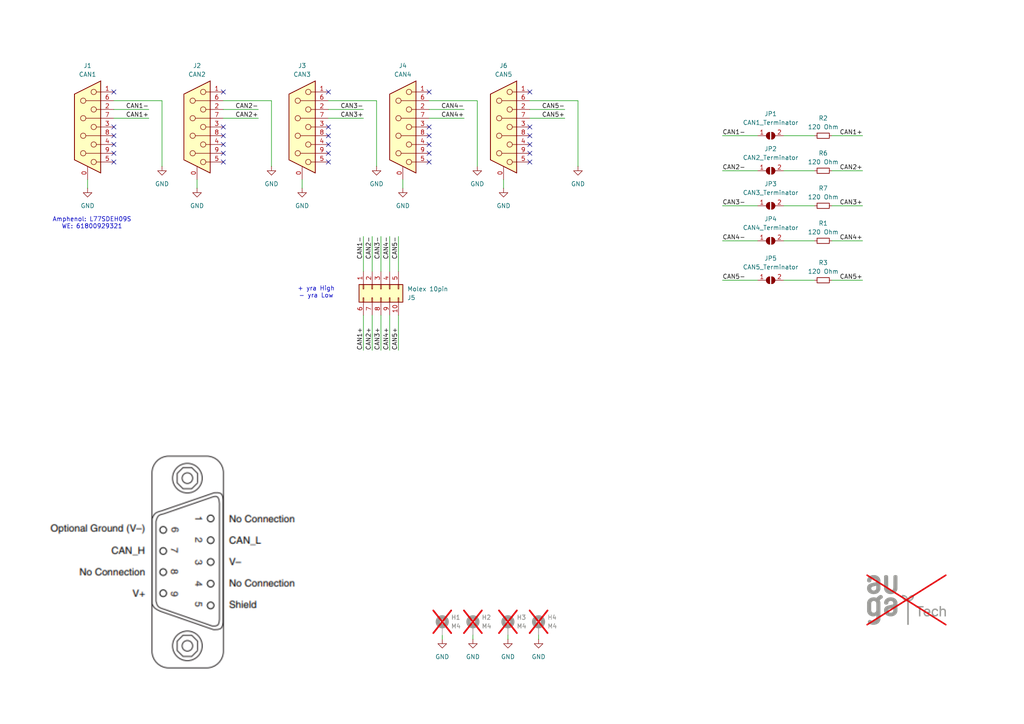
<source format=kicad_sch>
(kicad_sch (version 20231120) (generator "eeschema") (generator_version "8.0")
  (paper "A4")
  (title_block (title "Service CAN splitter x5") (date "2024-08-29") (rev "B") (company "D. Vaitiekus") (comment 1 "AUGA Tech"))
  (lib_symbols
    (symbol "0_user_lib:AUGA-Tech-LOGO" (pin_numbers hide) (pin_names (offset 0) hide) (in_bom no))
    (symbol "Connector:DE9_Receptacle_MountingHoles" (pin_names (offset 1.016) hide)
      (property "Reference" "J" (at 0 16.51 0))
      (property "Value" "DE9_Receptacle_MountingHoles" (at 0 14.605 0))
      (symbol "DE9_Receptacle_MountingHoles_1_1"
        (pin passive line (at 0 -15.24 90) (length 3.81) (name "PAD") (number "0"))
        (pin passive line (at -7.62 10.16 0) (length 3.81) (name "1") (number "1"))
        (pin passive line (at -7.62 5.08 0) (length 3.81) (name "2") (number "2"))
        (pin passive line (at -7.62 0 0) (length 3.81) (name "3") (number "3"))
        (pin passive line (at -7.62 -5.08 0) (length 3.81) (name "4") (number "4"))
        (pin passive line (at -7.62 -10.16 0) (length 3.81) (name "5") (number "5"))
        (pin passive line (at -7.62 7.62 0) (length 3.81) (name "6") (number "6"))
        (pin passive line (at -7.62 2.54 0) (length 3.81) (name "7") (number "7"))
        (pin passive line (at -7.62 -2.54 0) (length 3.81) (name "8") (number "8"))
        (pin passive line (at -7.62 -7.62 0) (length 3.81) (name "9") (number "9"))
      )
    )
    (symbol "Connector_Generic:Conn_02x05_Top_Bottom" (pin_names (offset 1.016) hide)
      (property "Reference" "J" (at 1.27 7.62 0))
      (property "Value" "Conn_02x05_Top_Bottom" (at 1.27 -7.62 0))
      (symbol "Conn_02x05_Top_Bottom_1_1"
        (pin passive line (at -5.08 5.08 0) (length 3.81) (name "Pin_1") (number "1"))
        (pin passive line (at 7.62 -5.08 180) (length 3.81) (name "Pin_10") (number "10"))
        (pin passive line (at -5.08 2.54 0) (length 3.81) (name "Pin_2") (number "2"))
        (pin passive line (at -5.08 0 0) (length 3.81) (name "Pin_3") (number "3"))
        (pin passive line (at -5.08 -2.54 0) (length 3.81) (name "Pin_4") (number "4"))
        (pin passive line (at -5.08 -5.08 0) (length 3.81) (name "Pin_5") (number "5"))
        (pin passive line (at 7.62 5.08 180) (length 3.81) (name "Pin_6") (number "6"))
        (pin passive line (at 7.62 2.54 180) (length 3.81) (name "Pin_7") (number "7"))
        (pin passive line (at 7.62 0 180) (length 3.81) (name "Pin_8") (number "8"))
        (pin passive line (at 7.62 -2.54 180) (length 3.81) (name "Pin_9") (number "9"))
      )
    )
    (symbol "Device:R_Small" (pin_numbers hide) (pin_names (offset 0.254) hide)
      (property "Reference" "R" (at 0.762 0.508 0))
      (property "Value" "R_Small" (at 0.762 -1.016 0))
      (symbol "R_Small_1_1"
        (pin passive line (at 0 2.54 270) (length 0.762) (name "~") (number "1"))
        (pin passive line (at 0 -2.54 90) (length 0.762) (name "~") (number "2"))
      )
    )
    (symbol "Jumper:SolderJumper_2_Open" (pin_names (offset 0) hide)
      (property "Reference" "JP" (at 0 2.032 0))
      (property "Value" "SolderJumper_2_Open" (at 0 -2.54 0))
      (symbol "SolderJumper_2_Open_1_1"
        (pin passive line (at -3.81 0 0) (length 2.54) (name "A") (number "1"))
        (pin passive line (at 3.81 0 180) (length 2.54) (name "B") (number "2"))
      )
    )
    (symbol "Mechanical:MountingHole_Pad" (pin_numbers hide) (pin_names (offset 1.016) hide)
      (property "Reference" "H" (at 0 6.35 0))
      (property "Value" "MountingHole_Pad" (at 0 4.445 0))
      (symbol "MountingHole_Pad_1_1"
        (pin input line (at 0 -2.54 90) (length 2.54) (name "1") (number "1"))
      )
    )
    (symbol "power:GND" (power) (pin_numbers hide) (pin_names (offset 0) hide)
      (property "Value" "GND" (at 0 -3.81 0))
      (symbol "GND_1_1"
        (pin power_in line (at 0 0 270) (length 0) (name "~") (number "1"))
      )
    )
  )
  (no_connect (at 64.77 39.37))
  (no_connect (at 153.67 39.37))
  (no_connect (at 153.67 46.99))
  (no_connect (at 33.02 41.91))
  (no_connect (at 95.25 39.37))
  (no_connect (at 124.46 36.83))
  (no_connect (at 95.25 41.91))
  (no_connect (at 64.77 36.83))
  (no_connect (at 95.25 26.67))
  (no_connect (at 153.67 44.45))
  (no_connect (at 95.25 46.99))
  (no_connect (at 153.67 26.67))
  (no_connect (at 64.77 46.99))
  (no_connect (at 95.25 44.45))
  (no_connect (at 64.77 41.91))
  (no_connect (at 64.77 26.67))
  (no_connect (at 64.77 44.45))
  (no_connect (at 124.46 41.91))
  (no_connect (at 95.25 36.83))
  (no_connect (at 124.46 26.67))
  (no_connect (at 124.46 39.37))
  (no_connect (at 124.46 44.45))
  (no_connect (at 124.46 46.99))
  (no_connect (at 33.02 36.83))
  (no_connect (at 33.02 44.45))
  (no_connect (at 153.67 41.91))
  (no_connect (at 153.67 36.83))
  (no_connect (at 33.02 46.99))
  (no_connect (at 33.02 39.37))
  (no_connect (at 33.02 26.67))
  (wire (pts (xy 33.02 31.75) (xy 43.18 31.75)))
  (wire (pts (xy 209.55 49.53) (xy 219.71 49.53)))
  (wire (pts (xy 241.3 69.85) (xy 250.19 69.85)))
  (wire (pts (xy 124.46 34.29) (xy 134.62 34.29)))
  (wire (pts (xy 241.3 59.69) (xy 250.19 59.69)))
  (wire (pts (xy 105.41 91.44) (xy 105.41 101.6)))
  (wire (pts (xy 113.03 78.74) (xy 113.03 68.58)))
  (wire (pts (xy 241.3 39.37) (xy 250.19 39.37)))
  (wire (pts (xy 95.25 29.21) (xy 109.22 29.21)))
  (wire (pts (xy 116.84 52.07) (xy 116.84 54.61)))
  (wire (pts (xy 110.49 91.44) (xy 110.49 101.6)))
  (wire (pts (xy 95.25 31.75) (xy 105.41 31.75)))
  (wire (pts (xy 105.41 78.74) (xy 105.41 68.58)))
  (wire (pts (xy 33.02 34.29) (xy 43.18 34.29)))
  (wire (pts (xy 167.64 29.21) (xy 167.64 48.26)))
  (wire (pts (xy 110.49 78.74) (xy 110.49 68.58)))
  (wire (pts (xy 241.3 81.28) (xy 250.19 81.28)))
  (wire (pts (xy 107.95 78.74) (xy 107.95 68.58)))
  (wire (pts (xy 137.16 184.15) (xy 137.16 185.42)))
  (wire (pts (xy 227.33 59.69) (xy 236.22 59.69)))
  (wire (pts (xy 95.25 34.29) (xy 105.41 34.29)))
  (wire (pts (xy 209.55 59.69) (xy 219.71 59.69)))
  (wire (pts (xy 64.77 31.75) (xy 74.93 31.75)))
  (wire (pts (xy 153.67 31.75) (xy 163.83 31.75)))
  (wire (pts (xy 156.21 184.15) (xy 156.21 185.42)))
  (wire (pts (xy 107.95 91.44) (xy 107.95 101.6)))
  (wire (pts (xy 25.4 52.07) (xy 25.4 54.61)))
  (wire (pts (xy 209.55 81.28) (xy 219.71 81.28)))
  (wire (pts (xy 33.02 29.21) (xy 46.99 29.21)))
  (wire (pts (xy 46.99 29.21) (xy 46.99 48.26)))
  (wire (pts (xy 227.33 39.37) (xy 236.22 39.37)))
  (wire (pts (xy 241.3 49.53) (xy 250.19 49.53)))
  (wire (pts (xy 138.43 29.21) (xy 138.43 48.26)))
  (wire (pts (xy 78.74 29.21) (xy 78.74 48.26)))
  (wire (pts (xy 209.55 39.37) (xy 219.71 39.37)))
  (wire (pts (xy 64.77 34.29) (xy 74.93 34.29)))
  (wire (pts (xy 115.57 78.74) (xy 115.57 68.58)))
  (wire (pts (xy 124.46 29.21) (xy 138.43 29.21)))
  (wire (pts (xy 227.33 81.28) (xy 236.22 81.28)))
  (wire (pts (xy 146.05 52.07) (xy 146.05 54.61)))
  (wire (pts (xy 227.33 49.53) (xy 236.22 49.53)))
  (wire (pts (xy 153.67 29.21) (xy 167.64 29.21)))
  (wire (pts (xy 124.46 31.75) (xy 134.62 31.75)))
  (wire (pts (xy 115.57 91.44) (xy 115.57 101.6)))
  (wire (pts (xy 64.77 29.21) (xy 78.74 29.21)))
  (wire (pts (xy 109.22 29.21) (xy 109.22 48.26)))
  (wire (pts (xy 153.67 34.29) (xy 163.83 34.29)))
  (wire (pts (xy 209.55 69.85) (xy 219.71 69.85)))
  (wire (pts (xy 128.27 184.15) (xy 128.27 185.42)))
  (wire (pts (xy 227.33 69.85) (xy 236.22 69.85)))
  (wire (pts (xy 87.63 52.07) (xy 87.63 54.61)))
  (wire (pts (xy 57.15 52.07) (xy 57.15 54.61)))
  (wire (pts (xy 147.32 184.15) (xy 147.32 185.42)))
  (wire (pts (xy 113.03 91.44) (xy 113.03 101.6)))
  (image (at 50.8 162.56))
  (text "Amphenol: L77SDEH09S\nWE: 61800929321" (at 26.67 64.77 0) (effects (font (size 1.27 1.27))))
  (text "+ yra High\n- yra Low" (at 91.694 84.836 0) (effects (font (size 1.27 1.27))))
  (label "CAN3+" (at 250.19 59.69 180))
  (label "CAN5-" (at 163.83 31.75 180))
  (label "CAN3-" (at 105.41 31.75 180))
  (label "CAN1+" (at 43.18 34.29 180))
  (label "CAN1+" (at 250.19 39.37 180))
  (label "CAN5+" (at 163.83 34.29 180))
  (label "CAN2-" (at 74.93 31.75 180))
  (label "CAN4-" (at 134.62 31.75 180))
  (label "CAN2+" (at 107.95 101.6 90))
  (label "CAN5-" (at 209.55 81.28 0))
  (label "CAN4+" (at 134.62 34.29 180))
  (label "CAN3+" (at 105.41 34.29 180))
  (label "CAN2+" (at 250.19 49.53 180))
  (label "CAN1+" (at 105.41 101.6 90))
  (label "CAN3-" (at 209.55 59.69 0))
  (label "CAN5+" (at 115.57 101.6 90))
  (label "CAN4+" (at 250.19 69.85 180))
  (label "CAN4-" (at 209.55 69.85 0))
  (label "CAN1-" (at 43.18 31.75 180))
  (label "CAN1-" (at 105.41 68.58 270))
  (label "CAN2-" (at 209.55 49.53 0))
  (label "CAN3-" (at 110.49 68.58 270))
  (label "CAN5-" (at 115.57 68.58 270))
  (label "CAN4+" (at 113.03 101.6 90))
  (label "CAN1-" (at 209.55 39.37 0))
  (label "CAN5+" (at 250.19 81.28 180))
  (label "CAN4-" (at 113.03 68.58 270))
  (label "CAN2-" (at 107.95 68.58 270))
  (label "CAN2+" (at 74.93 34.29 180))
  (label "CAN3+" (at 110.49 101.6 90))
  (symbol (lib_id "Device:R_Small") (at 238.76 49.53 90) (unit 1)
    (property "Reference" "R6" (at 238.76 44.45 90))
    (property "Value" "120 Ohm" (at 238.76 46.99 90))
    (property "Footprint" "Resistor_SMD:R_0805_2012Metric" (effects (hide yes)))
    (property "Description" "Resistor, small symbol" (effects (hide yes)))
    (property "JLCPCB Part #" "C17437" (effects (hide yes)))
    (property "Package" "0805" (effects (hide yes)))
  )
  (symbol (lib_id "power:GND") (at 147.32 185.42 0) (unit 1)
    (property "Reference" "#PWR07" (effects (hide yes)))
    (property "Value" "GND" (at 147.32 190.5 0))
    (property "Description" "Power symbol creates a global label with name \"GND\" , ground" (effects (hide yes)))
  )
  (symbol (lib_id "power:GND") (at 128.27 185.42 0) (unit 1)
    (property "Reference" "#PWR05" (effects (hide yes)))
    (property "Value" "GND" (at 128.27 190.5 0))
    (property "Description" "Power symbol creates a global label with name \"GND\" , ground" (effects (hide yes)))
  )
  (symbol (lib_id "Connector_Generic:Conn_02x05_Top_Bottom") (at 110.49 83.82 90) (mirror x) (unit 1)
    (property "Reference" "J5" (at 118.11 86.3601 90) (effects (justify right)))
    (property "Value" "Molex 10pin" (at 118.11 83.8201 90) (effects (justify right)))
    (property "Footprint" "Connector_Molex:Molex_Mini-Fit_Jr_5566-10A2_2x05_P4.20mm_Vertical" (effects (hide yes)))
    (property "Package" "Plugin" (effects (hide yes)))
    (property "MFR_PN" "39299103" (effects (hide yes)))
  )
  (symbol (lib_id "power:GND") (at 146.05 54.61 0) (unit 1)
    (property "Reference" "#PWR09" (effects (hide yes)))
    (property "Value" "GND" (at 146.05 59.69 0))
    (property "Description" "Power symbol creates a global label with name \"GND\" , ground" (effects (hide yes)))
  )
  (symbol (lib_id "Mechanical:MountingHole_Pad") (at 156.21 181.61 0) (unit 1) (dnp yes)
    (property "Reference" "H4" (at 158.75 179.0699 0) (effects (justify left)))
    (property "Value" "M4	" (at 158.75 181.6099 0) (effects (justify left)))
    (property "Footprint" "MountingHole:MountingHole_4.3x6.2mm_M4_Pad_Via" (effects (hide yes)))
    (property "Description" "Mounting Hole with connection" (effects (hide yes)))
  )
  (symbol (lib_id "Jumper:SolderJumper_2_Open") (at 223.52 39.37 0) (unit 1)
    (property "Reference" "JP1" (at 223.52 33.02 0))
    (property "Value" "CAN1_Terminator" (at 223.52 35.56 0))
    (property "Footprint" "Jumper:SolderJumper-2_P1.3mm_Open_RoundedPad1.0x1.5mm" (effects (hide yes)))
    (property "Description" "Solder Jumper, 2-pole, open" (effects (hide yes)))
  )
  (symbol (lib_id "power:GND") (at 78.74 48.26 0) (unit 1)
    (property "Reference" "#PWR017" (effects (hide yes)))
    (property "Value" "GND" (at 78.74 53.34 0))
    (property "Description" "Power symbol creates a global label with name \"GND\" , ground" (effects (hide yes)))
  )
  (symbol (lib_id "Connector:DE9_Receptacle_MountingHoles") (at 146.05 36.83 0) (mirror y) (unit 1)
    (property "Reference" "J6" (at 146.05 19.05 0))
    (property "Value" "CAN5" (at 146.05 21.59 0))
    (property "Footprint" "Connector_Dsub:DSUB-9_Female_Vertical_P2.77x2.84mm_MountingHoles" (effects (hide yes)))
    (property "Datasheet" " ~" (effects (hide yes)))
    (property "Description" "9-pin female receptacle socket D-SUB connector, Mounting Hole" (effects (hide yes)))
    (property "JLCPCB Part #" "C19077342" (effects (hide yes)))
    (property "Package" "Plugin" (effects (hide yes)))
  )
  (symbol (lib_id "power:GND") (at 46.99 48.26 0) (unit 1)
    (property "Reference" "#PWR013" (effects (hide yes)))
    (property "Value" "GND" (at 46.99 53.34 0))
    (property "Description" "Power symbol creates a global label with name \"GND\" , ground" (effects (hide yes)))
  )
  (symbol (lib_id "Connector:DE9_Receptacle_MountingHoles") (at 25.4 36.83 0) (mirror y) (unit 1)
    (property "Reference" "J1" (at 25.4 19.05 0))
    (property "Value" "CAN1" (at 25.4 21.59 0))
    (property "Footprint" "Connector_Dsub:DSUB-9_Female_Vertical_P2.77x2.84mm_MountingHoles" (effects (hide yes)))
    (property "Datasheet" " ~" (effects (hide yes)))
    (property "Description" "9-pin female receptacle socket D-SUB connector, Mounting Hole" (effects (hide yes)))
    (property "JLCPCB Part #" "C19077342" (effects (hide yes)))
    (property "Package" "Plugin" (effects (hide yes)))
  )
  (symbol (lib_id "Device:R_Small") (at 238.76 69.85 90) (unit 1)
    (property "Reference" "R1" (at 238.76 64.77 90))
    (property "Value" "120 Ohm" (at 238.76 67.31 90))
    (property "Footprint" "Resistor_SMD:R_0805_2012Metric" (effects (hide yes)))
    (property "Description" "Resistor, small symbol" (effects (hide yes)))
    (property "JLCPCB Part #" "C17437" (effects (hide yes)))
    (property "Package" "0805" (effects (hide yes)))
  )
  (symbol (lib_id "Device:R_Small") (at 238.76 81.28 90) (unit 1)
    (property "Reference" "R3" (at 238.76 76.2 90))
    (property "Value" "120 Ohm" (at 238.76 78.74 90))
    (property "Footprint" "Resistor_SMD:R_0805_2012Metric" (effects (hide yes)))
    (property "Description" "Resistor, small symbol" (effects (hide yes)))
    (property "JLCPCB Part #" "C17437" (effects (hide yes)))
    (property "Package" "0805" (effects (hide yes)))
  )
  (symbol (lib_id "power:GND") (at 167.64 48.26 0) (unit 1)
    (property "Reference" "#PWR026" (effects (hide yes)))
    (property "Value" "GND" (at 167.64 53.34 0))
    (property "Description" "Power symbol creates a global label with name \"GND\" , ground" (effects (hide yes)))
  )
  (symbol (lib_id "Mechanical:MountingHole_Pad") (at 128.27 181.61 0) (unit 1) (dnp yes)
    (property "Reference" "H1" (at 130.81 179.0699 0) (effects (justify left)))
    (property "Value" "M4	" (at 130.81 181.6099 0) (effects (justify left)))
    (property "Footprint" "MountingHole:MountingHole_4.3x6.2mm_M4_Pad_Via" (effects (hide yes)))
    (property "Description" "Mounting Hole with connection" (effects (hide yes)))
  )
  (symbol (lib_id "Connector:DE9_Receptacle_MountingHoles") (at 57.15 36.83 0) (mirror y) (unit 1)
    (property "Reference" "J2" (at 57.15 19.05 0))
    (property "Value" "CAN2" (at 57.15 21.59 0))
    (property "Footprint" "Connector_Dsub:DSUB-9_Female_Vertical_P2.77x2.84mm_MountingHoles" (effects (hide yes)))
    (property "Datasheet" " ~" (effects (hide yes)))
    (property "Description" "9-pin female receptacle socket D-SUB connector, Mounting Hole" (effects (hide yes)))
    (property "JLCPCB Part #" "C19077342" (effects (hide yes)))
    (property "Package" "Plugin" (effects (hide yes)))
  )
  (symbol (lib_id "Device:R_Small") (at 238.76 39.37 90) (unit 1)
    (property "Reference" "R2" (at 238.76 34.29 90))
    (property "Value" "120 Ohm" (at 238.76 36.83 90))
    (property "Footprint" "Resistor_SMD:R_0805_2012Metric" (effects (hide yes)))
    (property "Description" "Resistor, small symbol" (effects (hide yes)))
    (property "JLCPCB Part #" "C17437" (effects (hide yes)))
    (property "Package" "0805" (effects (hide yes)))
  )
  (symbol (lib_id "Mechanical:MountingHole_Pad") (at 137.16 181.61 0) (unit 1) (dnp yes)
    (property "Reference" "H2" (at 139.7 179.0699 0) (effects (justify left)))
    (property "Value" "M4	" (at 139.7 181.6099 0) (effects (justify left)))
    (property "Footprint" "MountingHole:MountingHole_4.3x6.2mm_M4_Pad_Via" (effects (hide yes)))
    (property "Description" "Mounting Hole with connection" (effects (hide yes)))
  )
  (symbol (lib_id "Jumper:SolderJumper_2_Open") (at 223.52 49.53 0) (unit 1)
    (property "Reference" "JP2" (at 223.52 43.18 0))
    (property "Value" "CAN2_Terminator" (at 223.52 45.72 0))
    (property "Footprint" "Jumper:SolderJumper-2_P1.3mm_Open_RoundedPad1.0x1.5mm" (effects (hide yes)))
    (property "Description" "Solder Jumper, 2-pole, open" (effects (hide yes)))
  )
  (symbol (lib_id "power:GND") (at 138.43 48.26 0) (unit 1)
    (property "Reference" "#PWR023" (effects (hide yes)))
    (property "Value" "GND" (at 138.43 53.34 0))
    (property "Description" "Power symbol creates a global label with name \"GND\" , ground" (effects (hide yes)))
  )
  (symbol (lib_id "Mechanical:MountingHole_Pad") (at 147.32 181.61 0) (unit 1) (dnp yes)
    (property "Reference" "H3" (at 149.86 179.0699 0) (effects (justify left)))
    (property "Value" "M4	" (at 149.86 181.6099 0) (effects (justify left)))
    (property "Footprint" "MountingHole:MountingHole_4.3x6.2mm_M4_Pad_Via" (effects (hide yes)))
    (property "Description" "Mounting Hole with connection" (effects (hide yes)))
  )
  (symbol (lib_id "Connector:DE9_Receptacle_MountingHoles") (at 116.84 36.83 0) (mirror y) (unit 1)
    (property "Reference" "J4" (at 116.84 19.05 0))
    (property "Value" "CAN4" (at 116.84 21.59 0))
    (property "Footprint" "Connector_Dsub:DSUB-9_Female_Vertical_P2.77x2.84mm_MountingHoles" (effects (hide yes)))
    (property "Datasheet" " ~" (effects (hide yes)))
    (property "Description" "9-pin female receptacle socket D-SUB connector, Mounting Hole" (effects (hide yes)))
    (property "JLCPCB Part #" "C19077342" (effects (hide yes)))
    (property "Package" "Plugin" (effects (hide yes)))
  )
  (symbol (lib_id "power:GND") (at 57.15 54.61 0) (unit 1)
    (property "Reference" "#PWR02" (effects (hide yes)))
    (property "Value" "GND" (at 57.15 59.69 0))
    (property "Description" "Power symbol creates a global label with name \"GND\" , ground" (effects (hide yes)))
  )
  (symbol (lib_id "Jumper:SolderJumper_2_Open") (at 223.52 69.85 0) (unit 1)
    (property "Reference" "JP4" (at 223.52 63.5 0))
    (property "Value" "CAN4_Terminator" (at 223.52 66.04 0))
    (property "Footprint" "Jumper:SolderJumper-2_P1.3mm_Open_RoundedPad1.0x1.5mm" (effects (hide yes)))
    (property "Description" "Solder Jumper, 2-pole, open" (effects (hide yes)))
  )
  (symbol (lib_id "power:GND") (at 109.22 48.26 0) (unit 1)
    (property "Reference" "#PWR020" (effects (hide yes)))
    (property "Value" "GND" (at 109.22 53.34 0))
    (property "Description" "Power symbol creates a global label with name \"GND\" , ground" (effects (hide yes)))
  )
  (symbol (lib_id "power:GND") (at 137.16 185.42 0) (unit 1)
    (property "Reference" "#PWR06" (effects (hide yes)))
    (property "Value" "GND" (at 137.16 190.5 0))
    (property "Description" "Power symbol creates a global label with name \"GND\" , ground" (effects (hide yes)))
  )
  (symbol (lib_id "Connector:DE9_Receptacle_MountingHoles") (at 87.63 36.83 0) (mirror y) (unit 1)
    (property "Reference" "J3" (at 87.63 19.05 0))
    (property "Value" "CAN3" (at 87.63 21.59 0))
    (property "Footprint" "Connector_Dsub:DSUB-9_Female_Vertical_P2.77x2.84mm_MountingHoles" (effects (hide yes)))
    (property "Datasheet" " ~" (effects (hide yes)))
    (property "Description" "9-pin female receptacle socket D-SUB connector, Mounting Hole" (effects (hide yes)))
    (property "JLCPCB Part #" "C19077342" (effects (hide yes)))
    (property "Package" "Plugin" (effects (hide yes)))
  )
  (symbol (lib_id "0_user_lib:AUGA-Tech-LOGO") (at 262.89 173.99 0) (unit 1) (in_bom no) (dnp yes)
    (property "Reference" "G1" (effects (hide yes)))
    (property "Value" "AUGA-Tech-LOGO" (effects (hide yes)))
    (property "Footprint" "0_user_lib:AUGA-Tech-LOGO_12x15" (effects (hide yes)))
  )
  (symbol (lib_id "Jumper:SolderJumper_2_Open") (at 223.52 59.69 0) (unit 1)
    (property "Reference" "JP3" (at 223.52 53.34 0))
    (property "Value" "CAN3_Terminator" (at 223.52 55.88 0))
    (property "Footprint" "Jumper:SolderJumper-2_P1.3mm_Open_RoundedPad1.0x1.5mm" (effects (hide yes)))
    (property "Description" "Solder Jumper, 2-pole, open" (effects (hide yes)))
  )
  (symbol (lib_id "power:GND") (at 25.4 54.61 0) (unit 1)
    (property "Reference" "#PWR01" (effects (hide yes)))
    (property "Value" "GND" (at 25.4 59.69 0))
    (property "Description" "Power symbol creates a global label with name \"GND\" , ground" (effects (hide yes)))
  )
  (symbol (lib_id "Jumper:SolderJumper_2_Open") (at 223.52 81.28 0) (unit 1)
    (property "Reference" "JP5" (at 223.52 74.93 0))
    (property "Value" "CAN5_Terminator" (at 223.52 77.47 0))
    (property "Footprint" "Jumper:SolderJumper-2_P1.3mm_Open_RoundedPad1.0x1.5mm" (effects (hide yes)))
    (property "Description" "Solder Jumper, 2-pole, open" (effects (hide yes)))
  )
  (symbol (lib_id "power:GND") (at 116.84 54.61 0) (unit 1)
    (property "Reference" "#PWR04" (effects (hide yes)))
    (property "Value" "GND" (at 116.84 59.69 0))
    (property "Description" "Power symbol creates a global label with name \"GND\" , ground" (effects (hide yes)))
  )
  (symbol (lib_id "power:GND") (at 156.21 185.42 0) (unit 1)
    (property "Reference" "#PWR08" (effects (hide yes)))
    (property "Value" "GND" (at 156.21 190.5 0))
    (property "Description" "Power symbol creates a global label with name \"GND\" , ground" (effects (hide yes)))
  )
  (symbol (lib_id "Device:R_Small") (at 238.76 59.69 90) (unit 1)
    (property "Reference" "R7" (at 238.76 54.61 90))
    (property "Value" "120 Ohm" (at 238.76 57.15 90))
    (property "Footprint" "Resistor_SMD:R_0805_2012Metric" (effects (hide yes)))
    (property "Description" "Resistor, small symbol" (effects (hide yes)))
    (property "JLCPCB Part #" "C17437" (effects (hide yes)))
    (property "Package" "0805" (effects (hide yes)))
  )
  (symbol (lib_id "power:GND") (at 87.63 54.61 0) (unit 1)
    (property "Reference" "#PWR03" (effects (hide yes)))
    (property "Value" "GND" (at 87.63 59.69 0))
    (property "Description" "Power symbol creates a global label with name \"GND\" , ground" (effects (hide yes)))
  )
)
</source>
